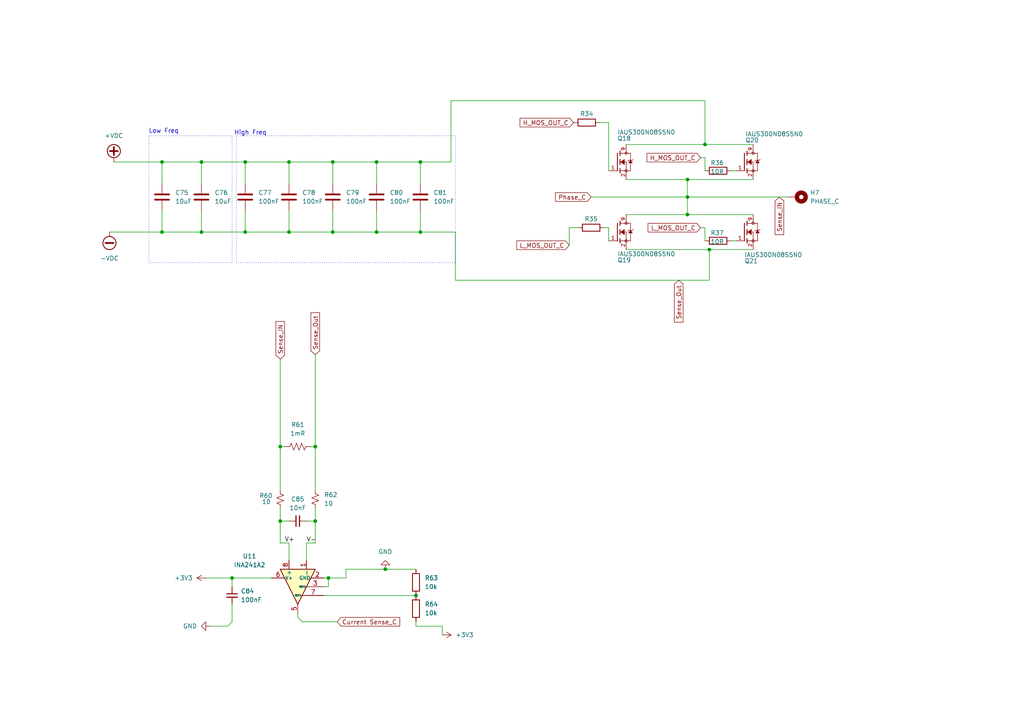
<source format=kicad_sch>
(kicad_sch (version 20250114) (generator "eeschema") (generator_version "9.0")
  (paper "A4")
  (lib_symbols
    (symbol "Device:C" (pin_numbers (hide yes)) (pin_names (offset 0.254))
      (property "Reference" "C" (at 0.635 2.54 0))
      (property "Value" "C" (at 0.635 -2.54 0))
      (symbol "C_0_1"
        (polyline (pts (xy -2.032 0.762) (xy 2.032 0.762)) (stroke (width 0.508)))
        (polyline (pts (xy -2.032 -0.762) (xy 2.032 -0.762)) (stroke (width 0.508)))
      )
      (symbol "C_1_1"
        (pin passive line (at 0 3.81 270) (length 2.794) (name "~") (number "1"))
        (pin passive line (at 0 -3.81 90) (length 2.794) (name "~") (number "2"))
      )
    )
    (symbol "Device:R" (pin_numbers (hide yes)) (pin_names (offset 0))
      (property "Reference" "R" (at 2.032 0 90))
      (property "Value" "R" (at 0 0 90))
      (symbol "R_0_1"
        (rectangle (start -1.016 -2.54) (end 1.016 2.54) (stroke (width 0.254)))
      )
      (symbol "R_1_1"
        (pin passive line (at 0 3.81 270) (length 1.27) (name "~") (number "1"))
        (pin passive line (at 0 -3.81 90) (length 1.27) (name "~") (number "2"))
      )
    )
    (symbol "IAUS300N08S5N014ATMA1:IAUS300N08S5N014ATMA1" (pin_names (offset 1.016))
      (property "Reference" "Q" (at -8.89 2.54 0))
      (property "Value" "IAUS300N08S5N014ATMA1" (at -8.89 -7.62 0))
      (symbol "IAUS300N08S5N014ATMA1_0_0"
        (polyline (pts (xy 0 2.54) (xy 0 -2.54)) (stroke (width 0.254)))
        (polyline (pts (xy 0.762 3.175) (xy 0.762 2.54)) (stroke (width 0.254)))
        (polyline (pts (xy 0.762 2.54) (xy 0.762 1.905)) (stroke (width 0.254)))
        (polyline (pts (xy 0.762 2.54) (xy 3.81 2.54)) (stroke (width 0.1524)))
        (polyline (pts (xy 0.762 0.762) (xy 0.762 0)) (stroke (width 0.254)))
        (polyline (pts (xy 0.762 0) (xy 0.762 -0.762)) (stroke (width 0.254)))
        (polyline (pts (xy 0.762 0) (xy 2.54 0)) (stroke (width 0.1524)))
        (polyline (pts (xy 0.762 -1.905) (xy 0.762 -2.54)) (stroke (width 0.254)))
        (polyline (pts (xy 0.762 -2.54) (xy 0.762 -3.175)) (stroke (width 0.254)))
        (polyline (pts (xy 1.016 0) (xy 2.032 0.762) (xy 2.032 -0.762) (xy 1.016 0)) (stroke (width 0.1524)) (fill (type outline)))
        (circle (center 2.54 2.54) (radius 0.3592))
        (polyline (pts (xy 2.54 0) (xy 2.54 -2.54)) (stroke (width 0.1524)))
        (polyline (pts (xy 2.54 -2.54) (xy 0.762 -2.54)) (stroke (width 0.1524)))
        (polyline (pts (xy 2.54 -2.54) (xy 3.81 -2.54)) (stroke (width 0.1524)))
        (circle (center 2.54 -2.54) (radius 0.3592))
        (polyline (pts (xy 3.302 0.508) (xy 3.048 0.254)) (stroke (width 0.1524)))
        (polyline (pts (xy 3.81 2.54) (xy 3.81 0.508)) (stroke (width 0.1524)))
        (polyline (pts (xy 3.81 0.508) (xy 3.302 0.508)) (stroke (width 0.1524)))
        (polyline (pts (xy 3.81 0.508) (xy 3.81 -2.54)) (stroke (width 0.1524)))
        (polyline (pts (xy 3.81 0.508) (xy 3.302 -0.254) (xy 4.318 -0.254) (xy 3.81 0.508)) (stroke (width 0.1524)) (fill (type outline)))
        (polyline (pts (xy 4.318 0.508) (xy 3.81 0.508)) (stroke (width 0.1524)))
        (polyline (pts (xy 4.572 0.762) (xy 4.318 0.508)) (stroke (width 0.1524)))
        (pin passive line (at -2.54 -2.54 0) (length 2.54) (name "~") (number "1"))
        (pin passive line (at 2.54 5.08 270) (length 2.54) (name "~") (number "9"))
        (pin passive line (at 2.54 -5.08 90) (length 2.54) (name "~") (number "2"))
        (pin passive line (at 2.54 -5.08 90) (length 2.54) (hide yes) (name "~") (number "3"))
        (pin passive line (at 2.54 -5.08 90) (length 2.54) (hide yes) (name "~") (number "4"))
        (pin passive line (at 2.54 -5.08 90) (length 2.54) (hide yes) (name "~") (number "5"))
        (pin passive line (at 2.54 -5.08 90) (length 2.54) (hide yes) (name "~") (number "6"))
        (pin passive line (at 2.54 -5.08 90) (length 2.54) (hide yes) (name "~") (number "7"))
        (pin passive line (at 2.54 -5.08 90) (length 2.54) (hide yes) (name "~") (number "8"))
      )
    )
    (symbol "Mechanical:MountingHole_Pad" (pin_numbers (hide yes)) (pin_names (offset 1.016) (hide yes)) (in_bom no)
      (property "Reference" "H" (at 0 6.35 0))
      (property "Value" "MountingHole_Pad" (at 0 4.445 0))
      (symbol "MountingHole_Pad_0_1"
        (circle (center 0 1.27) (radius 1.27) (stroke (width 1.27)))
      )
      (symbol "MountingHole_Pad_1_1"
        (pin input line (at 0 -2.54 90) (length 2.54) (name "1") (number "1"))
      )
    )
    (symbol "OpenMD:C_Small" (pin_numbers (hide yes)) (pin_names (offset 0.254) (hide yes))
      (property "Reference" "C" (at 0.254 1.778 0))
      (property "Value" "C_Small" (at 0.254 -2.032 0))
      (symbol "C_Small_0_1"
        (polyline (pts (xy -1.524 0.508) (xy 1.524 0.508)) (stroke (width 0.3048)))
        (polyline (pts (xy -1.524 -0.508) (xy 1.524 -0.508)) (stroke (width 0.3302)))
      )
      (symbol "C_Small_1_1"
        (pin passive line (at 0 2.54 270) (length 2.032) (name "~") (number "1"))
        (pin passive line (at 0 -2.54 90) (length 2.032) (name "~") (number "2"))
      )
    )
    (symbol "OpenMD:INA241A2xDDF" (pin_names (offset 0.127))
      (property "Reference" "U" (at 3.81 3.81 0))
      (property "Value" "INA241A2xDDF" (at 3.81 -2.54 0))
      (symbol "INA241A2xDDF_0_1"
        (polyline (pts (xy 5.08 0) (xy -5.08 5.08) (xy -5.08 -5.08) (xy 5.08 0)) (stroke (width 0.254)) (fill (type background)))
      )
      (symbol "INA241A2xDDF_1_1"
        (pin input line (at -7.62 2.54 0) (length 2.54) (name "+") (number "8"))
        (pin input line (at -7.62 -2.54 0) (length 2.54) (name "-") (number "1"))
        (pin power_in line (at -2.54 7.62 270) (length 3.81) (name "V+") (number "6"))
        (pin power_in line (at -2.54 -7.62 90) (length 3.81) (name "GND") (number "2"))
        (pin passive line (at -2.54 -7.62 90) (length 3.81) (hide yes) (name "GND") (number "4"))
        (pin passive line (at 0 -7.62 90) (length 5.08) (name "REF2") (number "3"))
        (pin passive line (at 2.54 -7.62 90) (length 6.35) (name "REF1") (number "7"))
        (pin output line (at 7.62 0 180) (length 2.54) (name "~") (number "5"))
      )
    )
    (symbol "OpenMD:R_Small_US" (pin_numbers (hide yes)) (pin_names (offset 0.254) (hide yes))
      (property "Reference" "R" (at 0.762 0.508 0))
      (property "Value" "R_Small_US" (at 0.762 -1.016 0))
      (symbol "R_Small_US_1_1"
        (polyline (pts (xy 0 1.524) (xy 1.016 1.143) (xy 0 0.762) (xy -1.016 0.381) (xy 0 0)))
        (polyline (pts (xy 0 0) (xy 1.016 -0.381) (xy 0 -0.762) (xy -1.016 -1.143) (xy 0 -1.524)))
        (pin passive line (at 0 2.54 270) (length 1.016) (name "~") (number "1"))
        (pin passive line (at 0 -2.54 90) (length 1.016) (name "~") (number "2"))
      )
    )
    (symbol "OpenMD:R_US" (pin_numbers (hide yes)) (pin_names (offset 0))
      (property "Reference" "R" (at 2.54 0 90))
      (property "Value" "R_US" (at -2.54 0 90))
      (symbol "R_US_0_1"
        (polyline (pts (xy 0 2.286) (xy 0 2.54)))
        (polyline (pts (xy 0 2.286) (xy 1.016 1.905) (xy 0 1.524) (xy -1.016 1.143) (xy 0 0.762)))
        (polyline (pts (xy 0 0.762) (xy 1.016 0.381) (xy 0 0) (xy -1.016 -0.381) (xy 0 -0.762)))
        (polyline (pts (xy 0 -0.762) (xy 1.016 -1.143) (xy 0 -1.524) (xy -1.016 -1.905) (xy 0 -2.286)))
        (polyline (pts (xy 0 -2.286) (xy 0 -2.54)))
      )
      (symbol "R_US_1_1"
        (pin passive line (at 0 3.81 270) (length 1.27) (name "~") (number "1"))
        (pin passive line (at 0 -3.81 90) (length 1.27) (name "~") (number "2"))
      )
    )
    (symbol "power:+3V3" (power) (pin_numbers (hide yes)) (pin_names (offset 0) (hide yes))
      (property "Value" "+3V3" (at 0 3.556 0))
      (symbol "+3V3_0_1"
        (polyline (pts (xy -0.762 1.27) (xy 0 2.54)))
        (polyline (pts (xy 0 2.54) (xy 0.762 1.27)))
        (polyline (pts (xy 0 0) (xy 0 2.54)))
      )
      (symbol "+3V3_1_1"
        (pin power_in line (at 0 0 90) (length 0) (name "~") (number "1"))
      )
    )
    (symbol "power:+VDC" (power) (pin_numbers (hide yes)) (pin_names (offset 0) (hide yes))
      (property "Value" "+VDC" (at 0 6.35 0))
      (symbol "+VDC_0_1"
        (polyline (pts (xy -1.143 3.175) (xy 1.143 3.175)) (stroke (width 0.508)))
        (circle (center 0 3.175) (radius 1.905) (stroke (width 0.254)))
        (polyline (pts (xy 0 2.032) (xy 0 4.318)) (stroke (width 0.508)))
        (polyline (pts (xy 0 0) (xy 0 1.27)))
      )
      (symbol "+VDC_1_1"
        (pin power_in line (at 0 0 90) (length 0) (name "~") (number "1"))
      )
    )
    (symbol "power:-VDC" (power) (pin_numbers (hide yes)) (pin_names (offset 0) (hide yes))
      (property "Value" "-VDC" (at 0 6.35 0))
      (symbol "-VDC_0_1"
        (polyline (pts (xy -1.143 3.175) (xy 1.143 3.175)) (stroke (width 0.508)))
        (circle (center 0 3.175) (radius 1.905) (stroke (width 0.254)))
        (polyline (pts (xy 0 0) (xy 0 1.27)))
      )
      (symbol "-VDC_1_1"
        (pin power_in line (at 0 0 90) (length 0) (name "~") (number "1"))
      )
    )
    (symbol "power:GND" (power) (pin_numbers (hide yes)) (pin_names (offset 0) (hide yes))
      (property "Value" "GND" (at 0 -3.81 0))
      (symbol "GND_0_1"
        (polyline (pts (xy 0 0) (xy 0 -1.27) (xy 1.27 -1.27) (xy 0 -2.54) (xy -1.27 -1.27) (xy 0 -1.27)))
      )
      (symbol "GND_1_1"
        (pin power_in line (at 0 0 270) (length 0) (name "~") (number "1"))
      )
    )
  )
  (rectangle (start 68.58 39.37) (end 132.08 76.2) (stroke (width 0) (type dot)))
  (rectangle (start 43.18 39.37) (end 67.31 76.2) (stroke (width 0) (type dot)))
  (text "Low Freq\n" (at 47.498 38.1 0) (effects (font (size 1.27 1.27))))
  (text "High Freq\n" (at 72.644 38.608 0) (effects (font (size 1.27 1.27))))
  (junction (at 71.12 67.31))
  (junction (at 81.28 129.54))
  (junction (at 67.31 167.64))
  (junction (at 111.76 165.1))
  (junction (at 121.92 67.31))
  (junction (at 81.28 151.13))
  (junction (at 199.39 52.07))
  (junction (at 121.92 46.99))
  (junction (at 71.12 46.99))
  (junction (at 46.99 46.99))
  (junction (at 120.65 172.72))
  (junction (at 205.74 72.39))
  (junction (at 91.44 151.13))
  (junction (at 58.42 67.31))
  (junction (at 46.99 67.31))
  (junction (at 199.39 57.15))
  (junction (at 83.82 46.99))
  (junction (at 109.22 46.99))
  (junction (at 58.42 46.99))
  (junction (at 204.47 41.91))
  (junction (at 91.44 129.54))
  (junction (at 83.82 67.31))
  (junction (at 96.52 46.99))
  (junction (at 96.52 67.31))
  (junction (at 199.39 62.23))
  (junction (at 109.22 67.31))
  (junction (at 95.25 167.64))
  (wire (pts (xy 181.61 72.39) (xy 205.74 72.39)))
  (wire (pts (xy 176.53 66.04) (xy 176.53 69.85)))
  (wire (pts (xy 130.81 29.21) (xy 130.81 46.99)))
  (wire (pts (xy 199.39 52.07) (xy 199.39 57.15)))
  (wire (pts (xy 121.92 53.34) (xy 121.92 46.99)))
  (wire (pts (xy 95.25 167.64) (xy 100.33 167.64)))
  (wire (pts (xy 87.63 180.34) (xy 97.79 180.34)))
  (wire (pts (xy 67.31 175.26) (xy 67.31 180.34)))
  (wire (pts (xy 120.65 172.72) (xy 93.98 172.72)))
  (wire (pts (xy 176.53 35.56) (xy 176.53 49.53)))
  (wire (pts (xy 86.36 177.8) (xy 86.36 179.07)))
  (wire (pts (xy 88.9 157.48) (xy 91.44 157.48)))
  (wire (pts (xy 82.55 129.54) (xy 81.28 129.54)))
  (wire (pts (xy 204.47 45.72) (xy 204.47 49.53)))
  (wire (pts (xy 212.09 49.53) (xy 213.36 49.53)))
  (wire (pts (xy 58.42 46.99) (xy 58.42 53.34)))
  (wire (pts (xy 83.82 60.96) (xy 83.82 67.31)))
  (wire (pts (xy 203.2 45.72) (xy 204.47 45.72)))
  (wire (pts (xy 120.65 165.1) (xy 111.76 165.1)))
  (wire (pts (xy 66.04 181.61) (xy 67.31 180.34)))
  (wire (pts (xy 121.92 46.99) (xy 130.81 46.99)))
  (wire (pts (xy 67.31 167.64) (xy 67.31 170.18)))
  (wire (pts (xy 91.44 151.13) (xy 91.44 157.48)))
  (wire (pts (xy 71.12 46.99) (xy 71.12 53.34)))
  (wire (pts (xy 181.61 52.07) (xy 199.39 52.07)))
  (wire (pts (xy 121.92 60.96) (xy 121.92 67.31)))
  (wire (pts (xy 95.25 167.64) (xy 95.25 170.18)))
  (wire (pts (xy 71.12 60.96) (xy 71.12 67.31)))
  (wire (pts (xy 81.28 147.32) (xy 81.28 151.13)))
  (wire (pts (xy 46.99 46.99) (xy 58.42 46.99)))
  (wire (pts (xy 109.22 60.96) (xy 109.22 67.31)))
  (wire (pts (xy 90.17 129.54) (xy 91.44 129.54)))
  (wire (pts (xy 96.52 67.31) (xy 109.22 67.31)))
  (wire (pts (xy 33.02 46.99) (xy 46.99 46.99)))
  (wire (pts (xy 58.42 46.99) (xy 71.12 46.99)))
  (wire (pts (xy 120.65 180.34) (xy 120.65 181.61)))
  (wire (pts (xy 96.52 46.99) (xy 109.22 46.99)))
  (wire (pts (xy 91.44 129.54) (xy 91.44 142.24)))
  (wire (pts (xy 58.42 67.31) (xy 71.12 67.31)))
  (wire (pts (xy 100.33 165.1) (xy 100.33 167.64)))
  (wire (pts (xy 58.42 60.96) (xy 58.42 67.31)))
  (wire (pts (xy 81.28 151.13) (xy 83.82 151.13)))
  (wire (pts (xy 204.47 29.21) (xy 204.47 41.91)))
  (wire (pts (xy 132.08 81.28) (xy 132.08 67.31)))
  (wire (pts (xy 165.1 71.12) (xy 165.1 66.04)))
  (wire (pts (xy 171.45 57.15) (xy 199.39 57.15)))
  (wire (pts (xy 83.82 67.31) (xy 96.52 67.31)))
  (wire (pts (xy 212.09 69.85) (xy 213.36 69.85)))
  (wire (pts (xy 31.75 67.31) (xy 46.99 67.31)))
  (wire (pts (xy 199.39 52.07) (xy 218.44 52.07)))
  (wire (pts (xy 128.27 181.61) (xy 120.65 181.61)))
  (wire (pts (xy 46.99 67.31) (xy 58.42 67.31)))
  (wire (pts (xy 204.47 29.21) (xy 130.81 29.21)))
  (wire (pts (xy 46.99 60.96) (xy 46.99 67.31)))
  (wire (pts (xy 205.74 81.28) (xy 132.08 81.28)))
  (wire (pts (xy 175.26 66.04) (xy 176.53 66.04)))
  (wire (pts (xy 81.28 104.14) (xy 81.28 129.54)))
  (wire (pts (xy 109.22 46.99) (xy 121.92 46.99)))
  (wire (pts (xy 59.69 167.64) (xy 67.31 167.64)))
  (wire (pts (xy 181.61 62.23) (xy 199.39 62.23)))
  (wire (pts (xy 204.47 66.04) (xy 204.47 69.85)))
  (wire (pts (xy 199.39 57.15) (xy 199.39 62.23)))
  (wire (pts (xy 86.36 179.07) (xy 87.63 180.34)))
  (wire (pts (xy 109.22 53.34) (xy 109.22 46.99)))
  (wire (pts (xy 81.28 129.54) (xy 81.28 142.24)))
  (wire (pts (xy 88.9 151.13) (xy 91.44 151.13)))
  (wire (pts (xy 91.44 147.32) (xy 91.44 151.13)))
  (wire (pts (xy 96.52 60.96) (xy 96.52 67.31)))
  (wire (pts (xy 203.2 66.04) (xy 204.47 66.04)))
  (wire (pts (xy 88.9 157.48) (xy 88.9 162.56)))
  (wire (pts (xy 93.98 170.18) (xy 95.25 170.18)))
  (wire (pts (xy 204.47 41.91) (xy 218.44 41.91)))
  (wire (pts (xy 71.12 46.99) (xy 83.82 46.99)))
  (wire (pts (xy 46.99 46.99) (xy 46.99 53.34)))
  (wire (pts (xy 93.98 167.64) (xy 95.25 167.64)))
  (wire (pts (xy 96.52 46.99) (xy 96.52 53.34)))
  (wire (pts (xy 128.27 181.61) (xy 128.27 184.15)))
  (wire (pts (xy 121.92 67.31) (xy 132.08 67.31)))
  (wire (pts (xy 71.12 67.31) (xy 83.82 67.31)))
  (wire (pts (xy 205.74 81.28) (xy 205.74 72.39)))
  (wire (pts (xy 83.82 157.48) (xy 83.82 162.56)))
  (wire (pts (xy 199.39 62.23) (xy 218.44 62.23)))
  (wire (pts (xy 205.74 72.39) (xy 218.44 72.39)))
  (wire (pts (xy 83.82 46.99) (xy 96.52 46.99)))
  (wire (pts (xy 91.44 102.87) (xy 91.44 129.54)))
  (wire (pts (xy 173.99 35.56) (xy 176.53 35.56)))
  (wire (pts (xy 60.96 181.61) (xy 66.04 181.61)))
  (wire (pts (xy 165.1 66.04) (xy 167.64 66.04)))
  (wire (pts (xy 83.82 46.99) (xy 83.82 53.34)))
  (wire (pts (xy 81.28 157.48) (xy 83.82 157.48)))
  (wire (pts (xy 199.39 57.15) (xy 228.6 57.15)))
  (wire (pts (xy 109.22 67.31) (xy 121.92 67.31)))
  (wire (pts (xy 181.61 41.91) (xy 204.47 41.91)))
  (wire (pts (xy 81.28 151.13) (xy 81.28 157.48)))
  (wire (pts (xy 67.31 167.64) (xy 78.74 167.64)))
  (wire (pts (xy 111.76 165.1) (xy 100.33 165.1)))
  (label "V+" (at 82.55 157.48 0))
  (label "V-" (at 88.9 157.48 0))
  (global_label "Sense_Out" (shape input) (at 91.44 102.87 90) (property "Intersheetrefs" "${INTERSHEET_REFS}" (effects (hide yes))))
  (global_label "Sense_IN" (shape input) (at 226.06 57.15 270) (property "Intersheetrefs" "${INTERSHEET_REFS}" (effects (hide yes))))
  (global_label "Sense_Out" (shape input) (at 196.85 81.28 270) (property "Intersheetrefs" "${INTERSHEET_REFS}" (effects (hide yes))))
  (global_label "Phase_C" (shape input) (at 171.45 57.15 180) (property "Intersheetrefs" "${INTERSHEET_REFS}" (effects (hide yes))))
  (global_label "Current Sense_C" (shape input) (at 97.79 180.34 0) (property "Intersheetrefs" "${INTERSHEET_REFS}" (effects (hide yes))))
  (global_label "H_MOS_OUT_C" (shape input) (at 203.2 45.72 180) (property "Intersheetrefs" "${INTERSHEET_REFS}" (effects (hide yes))))
  (global_label "L_MOS_OUT_C" (shape input) (at 165.1 71.12 180) (property "Intersheetrefs" "${INTERSHEET_REFS}" (effects (hide yes))))
  (global_label "H_MOS_OUT_C" (shape input) (at 166.37 35.56 180) (property "Intersheetrefs" "${INTERSHEET_REFS}" (effects (hide yes))))
  (global_label "L_MOS_OUT_C" (shape input) (at 203.2 66.04 180) (property "Intersheetrefs" "${INTERSHEET_REFS}" (effects (hide yes))))
  (global_label "Sense_IN" (shape input) (at 81.28 104.14 90) (property "Intersheetrefs" "${INTERSHEET_REFS}" (effects (hide yes))))
  (symbol (lib_id "Device:C") (at 83.82 57.15 0) (unit 1)
    (property "Reference" "C78" (at 87.63 55.8799 0) (effects (justify left)))
    (property "Value" "100nF" (at 87.63 58.4199 0) (effects (justify left)))
    (property "Footprint" "Capacitor_SMD:C_0805_2012Metric_Pad1.18x1.45mm_HandSolder" (effects (hide yes)))
    (property "Description" "Unpolarized capacitor" (effects (hide yes)))
  )
  (symbol (lib_id "OpenMD:C_Small") (at 86.36 151.13 90) (unit 1)
    (property "Reference" "C85" (at 86.36 144.78 90))
    (property "Value" "10nF" (at 86.3663 147.32 90))
    (property "Footprint" "OpenMD:C_0402_1005Metric" (effects (hide yes)))
    (property "Description" "Unpolarized capacitor, small symbol" (effects (hide yes)))
    (property "Rating" "5V" (effects (hide yes)))
    (property "Manufacturer_Part_Number" "CSA0603X7R103K500JT" (effects (hide yes)))
    (property "Source" "LCSC" (effects (hide yes)))
  )
  (symbol (lib_id "IAUS300N08S5N014ATMA1:IAUS300N08S5N014ATMA1") (at 215.9 67.31 0) (unit 1)
    (property "Reference" "Q21" (at 215.9 75.692 0) (effects (justify left)))
    (property "Value" "IAUS300N08S5N0" (at 215.9 73.914 0) (effects (justify left)))
    (property "Footprint" "MOSFET:TRANS_IAUS300N08S5N014ATMA1" (effects (hide yes)))
    (property "MF" "Infineon Technologies" (effects (hide yes)))
    (property "DESCRIPTION" "N-Channel 80V 300A _Tc_ 300W _Tc_ Surface Mount PG-HSOG-8-1" (effects (hide yes)))
    (property "PACKAGE" "PowerSMD-8 Infineon Technologies" (effects (hide yes)))
    (property "PRICE" "None" (effects (hide yes)))
    (property "Package" "PowerSMD-8 Infineon Technologies" (effects (hide yes)))
    (property "Check_prices" "https://www.snapeda.com/parts/IAUS300N08S5N014ATMA1/Infineon/view-part/?ref=eda" (effects (hide yes)))
    (property "Price" "None" (effects (hide yes)))
    (property "SnapEDA_Link" "https://www.snapeda.com/parts/IAUS300N08S5N014ATMA1/Infineon/view-part/?ref=snap" (effects (hide yes)))
    (property "MP" "IAUS300N08S5N014ATMA1" (effects (hide yes)))
    (property "Availability" "In Stock" (effects (hide yes)))
    (property "AVAILABILITY" "Unavailable" (effects (hide yes)))
    (property "Description_1" "N-Channel 80 V 300A (Tc) 300W (Tc) Surface Mount PG-HSOG-8-1" (effects (hide yes)))
  )
  (symbol (lib_id "power:GND") (at 111.76 165.1 180) (unit 1)
    (property "Reference" "#PWR0108" (effects (hide yes)))
    (property "Value" "GND" (at 111.76 160.02 0))
    (property "Description" "Power symbol creates a global label with name \"GND\" , ground" (effects (hide yes)))
  )
  (symbol (lib_id "power:-VDC") (at 31.75 67.31 180) (unit 1)
    (property "Reference" "#PWR098" (effects (hide yes)))
    (property "Value" "-VDC" (at 31.75 74.93 0))
    (property "Description" "Power symbol creates a global label with name \"-VDC\"" (effects (hide yes)))
  )
  (symbol (lib_id "power:+3V3") (at 59.69 167.64 90) (unit 1)
    (property "Reference" "#PWR0106" (effects (hide yes)))
    (property "Value" "+3V3" (at 55.88 167.6399 90) (effects (justify left)))
    (property "Description" "Power symbol creates a global label with name \"+3V3\"" (effects (hide yes)))
  )
  (symbol (lib_id "Device:C") (at 71.12 57.15 0) (unit 1)
    (property "Reference" "C77" (at 74.93 55.8799 0) (effects (justify left)))
    (property "Value" "100nF" (at 74.93 58.4199 0) (effects (justify left)))
    (property "Footprint" "Capacitor_SMD:C_0805_2012Metric_Pad1.18x1.45mm_HandSolder" (effects (hide yes)))
    (property "Description" "Unpolarized capacitor" (effects (hide yes)))
  )
  (symbol (lib_id "power:GND") (at 60.96 181.61 270) (unit 1)
    (property "Reference" "#PWR0107" (effects (hide yes)))
    (property "Value" "GND" (at 57.15 181.6099 90) (effects (justify right)))
    (property "Description" "Power symbol creates a global label with name \"GND\" , ground" (effects (hide yes)))
  )
  (symbol (lib_id "OpenMD:C_Small") (at 67.31 172.72 0) (unit 1)
    (property "Reference" "C84" (at 69.85 171.4562 0) (effects (justify left)))
    (property "Value" "100nF" (at 69.85 173.9962 0) (effects (justify left)))
    (property "Footprint" "OpenMD:C_0402_1005Metric" (effects (hide yes)))
    (property "Description" "Unpolarized capacitor, small symbol" (effects (hide yes)))
    (property "Rating" "6.3V" (effects (hide yes)))
    (property "Source" "LCSC" (effects (hide yes)))
    (property "Manufacturer_Part_Number" "CGA0603X7R104K500JT" (effects (hide yes)))
  )
  (symbol (lib_id "power:+VDC") (at 33.02 46.99 0) (unit 1)
    (property "Reference" "#PWR0105" (effects (hide yes)))
    (property "Value" "+VDC" (at 33.02 39.37 0))
    (property "Description" "Power symbol creates a global label with name \"+VDC\"" (effects (hide yes)))
  )
  (symbol (lib_id "Device:C") (at 96.52 57.15 0) (unit 1)
    (property "Reference" "C79" (at 100.33 55.8799 0) (effects (justify left)))
    (property "Value" "100nF" (at 100.33 58.4199 0) (effects (justify left)))
    (property "Footprint" "Capacitor_SMD:C_0805_2012Metric_Pad1.18x1.45mm_HandSolder" (effects (hide yes)))
    (property "Description" "Unpolarized capacitor" (effects (hide yes)))
  )
  (symbol (lib_id "IAUS300N08S5N014ATMA1:IAUS300N08S5N014ATMA1") (at 179.07 46.99 0) (unit 1)
    (property "Reference" "Q18" (at 179.07 40.132 0) (effects (justify left)))
    (property "Value" "IAUS300N08S5N0" (at 179.07 38.354 0) (effects (justify left)))
    (property "Footprint" "MOSFET:TRANS_IAUS300N08S5N014ATMA1" (effects (hide yes)))
    (property "MF" "Infineon Technologies" (effects (hide yes)))
    (property "DESCRIPTION" "N-Channel 80V 300A _Tc_ 300W _Tc_ Surface Mount PG-HSOG-8-1" (effects (hide yes)))
    (property "PACKAGE" "PowerSMD-8 Infineon Technologies" (effects (hide yes)))
    (property "PRICE" "None" (effects (hide yes)))
    (property "Package" "PowerSMD-8 Infineon Technologies" (effects (hide yes)))
    (property "Check_prices" "https://www.snapeda.com/parts/IAUS300N08S5N014ATMA1/Infineon/view-part/?ref=eda" (effects (hide yes)))
    (property "Price" "None" (effects (hide yes)))
    (property "SnapEDA_Link" "https://www.snapeda.com/parts/IAUS300N08S5N014ATMA1/Infineon/view-part/?ref=snap" (effects (hide yes)))
    (property "MP" "IAUS300N08S5N014ATMA1" (effects (hide yes)))
    (property "Availability" "In Stock" (effects (hide yes)))
    (property "AVAILABILITY" "Unavailable" (effects (hide yes)))
    (property "Description_1" "N-Channel 80 V 300A (Tc) 300W (Tc) Surface Mount PG-HSOG-8-1" (effects (hide yes)))
  )
  (symbol (lib_id "OpenMD:R_Small_US") (at 91.44 144.78 0) (unit 1)
    (property "Reference" "R62" (at 93.98 143.5099 0) (effects (justify left)))
    (property "Value" "10" (at 93.98 146.0499 0) (effects (justify left)))
    (property "Footprint" "OpenMD:R_0402_1005Metric" (effects (hide yes)))
    (property "Description" "Resistor, small US symbol" (effects (hide yes)))
    (property "Rating" "100mW" (effects (hide yes)))
    (property "Source" "LCSC" (effects (hide yes)))
    (property "Manufacturer_Part_Number" "RTT0310R0FTP" (effects (hide yes)))
  )
  (symbol (lib_id "IAUS300N08S5N014ATMA1:IAUS300N08S5N014ATMA1") (at 179.07 67.31 0) (unit 1)
    (property "Reference" "Q19" (at 179.07 75.438 0) (effects (justify left)))
    (property "Value" "IAUS300N08S5N0" (at 179.07 73.66 0) (effects (justify left)))
    (property "Footprint" "MOSFET:TRANS_IAUS300N08S5N014ATMA1" (effects (hide yes)))
    (property "MF" "Infineon Technologies" (effects (hide yes)))
    (property "DESCRIPTION" "N-Channel 80V 300A _Tc_ 300W _Tc_ Surface Mount PG-HSOG-8-1" (effects (hide yes)))
    (property "PACKAGE" "PowerSMD-8 Infineon Technologies" (effects (hide yes)))
    (property "PRICE" "None" (effects (hide yes)))
    (property "Package" "PowerSMD-8 Infineon Technologies" (effects (hide yes)))
    (property "Check_prices" "https://www.snapeda.com/parts/IAUS300N08S5N014ATMA1/Infineon/view-part/?ref=eda" (effects (hide yes)))
    (property "Price" "None" (effects (hide yes)))
    (property "SnapEDA_Link" "https://www.snapeda.com/parts/IAUS300N08S5N014ATMA1/Infineon/view-part/?ref=snap" (effects (hide yes)))
    (property "MP" "IAUS300N08S5N014ATMA1" (effects (hide yes)))
    (property "Availability" "In Stock" (effects (hide yes)))
    (property "AVAILABILITY" "Unavailable" (effects (hide yes)))
    (property "Description_1" "N-Channel 80 V 300A (Tc) 300W (Tc) Surface Mount PG-HSOG-8-1" (effects (hide yes)))
  )
  (symbol (lib_id "Device:C") (at 109.22 57.15 0) (unit 1)
    (property "Reference" "C80" (at 113.03 55.8799 0) (effects (justify left)))
    (property "Value" "100nF" (at 113.03 58.4199 0) (effects (justify left)))
    (property "Footprint" "Capacitor_SMD:C_0805_2012Metric_Pad1.18x1.45mm_HandSolder" (effects (hide yes)))
    (property "Description" "Unpolarized capacitor" (effects (hide yes)))
  )
  (symbol (lib_id "power:+3V3") (at 128.27 184.15 270) (unit 1)
    (property "Reference" "#PWR0109" (effects (hide yes)))
    (property "Value" "+3V3" (at 132.08 184.1499 90) (effects (justify left)))
    (property "Description" "Power symbol creates a global label with name \"+3V3\"" (effects (hide yes)))
  )
  (symbol (lib_id "Mechanical:MountingHole_Pad") (at 231.14 57.15 270) (unit 1) (in_bom no)
    (property "Reference" "H7" (at 234.95 55.8799 90) (effects (justify left)))
    (property "Value" "PHASE_C" (at 234.95 58.4199 90) (effects (justify left)))
    (property "Footprint" "MountingHole:MountingHole_3.7mm_Pad_Via" (effects (hide yes)))
    (property "Description" "Mounting Hole with connection" (effects (hide yes)))
  )
  (symbol (lib_id "OpenMD:INA241A2xDDF") (at 86.36 170.18 90) (mirror x) (unit 1)
    (property "Reference" "U11" (at 72.39 161.3214 90))
    (property "Value" "INA241A2" (at 72.39 163.8614 90))
    (property "Footprint" "OpenMD:SOT-23-8" (effects (hide yes)))
    (property "Datasheet" "https://www.ti.com/lit/ds/symlink/ina296x.pdf" (effects (hide yes)))
    (property "Description" "High- and Low-Side, Bidirectional, Zero-Drift, Current-Sense Amplifier With Enhanced PWM Rejection, 20V/V, ±0.01% Gain Accuracy, ±10 μV Offset Voltage, SOIC-8" (effects (hide yes)))
    (property "Rating" "110V" (effects (hide yes)))
    (property "Source" "LCSC" (effects (hide yes)))
    (property "Manufacturer_Part_Number" "INA241A2DDFR" (effects (hide yes)))
  )
  (symbol (lib_id "Device:R") (at 170.18 35.56 90) (unit 1)
    (property "Reference" "R34" (at 170.18 33.02 90))
    (property "Value" "10R" (effects (hide yes)))
    (property "Footprint" "Resistor_SMD:R_0805_2012Metric_Pad1.20x1.40mm_HandSolder" (effects (hide yes)))
    (property "Description" "Resistor" (effects (hide yes)))
  )
  (symbol (lib_id "Device:R") (at 208.28 69.85 90) (unit 1)
    (property "Reference" "R37" (at 208.026 67.564 90))
    (property "Value" "10R" (at 208.026 70.104 90))
    (property "Footprint" "Resistor_SMD:R_0805_2012Metric_Pad1.20x1.40mm_HandSolder" (effects (hide yes)))
    (property "Description" "Resistor" (effects (hide yes)))
  )
  (symbol (lib_id "Device:C") (at 58.42 57.15 0) (unit 1)
    (property "Reference" "C76" (at 62.23 55.8799 0) (effects (justify left)))
    (property "Value" "10uF" (at 62.23 58.4199 0) (effects (justify left)))
    (property "Footprint" "Capacitor_SMD:C_1210_3225Metric_Pad1.33x2.70mm_HandSolder" (effects (hide yes)))
    (property "Description" "Unpolarized capacitor" (effects (hide yes)))
  )
  (symbol (lib_id "IAUS300N08S5N014ATMA1:IAUS300N08S5N014ATMA1") (at 215.9 46.99 0) (unit 1)
    (property "Reference" "Q20" (at 216.154 40.64 0) (effects (justify left)))
    (property "Value" "IAUS300N08S5N0" (at 216.154 38.862 0) (effects (justify left)))
    (property "Footprint" "MOSFET:TRANS_IAUS300N08S5N014ATMA1" (effects (hide yes)))
    (property "MF" "Infineon Technologies" (effects (hide yes)))
    (property "DESCRIPTION" "N-Channel 80V 300A _Tc_ 300W _Tc_ Surface Mount PG-HSOG-8-1" (effects (hide yes)))
    (property "PACKAGE" "PowerSMD-8 Infineon Technologies" (effects (hide yes)))
    (property "PRICE" "None" (effects (hide yes)))
    (property "Package" "PowerSMD-8 Infineon Technologies" (effects (hide yes)))
    (property "Check_prices" "https://www.snapeda.com/parts/IAUS300N08S5N014ATMA1/Infineon/view-part/?ref=eda" (effects (hide yes)))
    (property "Price" "None" (effects (hide yes)))
    (property "SnapEDA_Link" "https://www.snapeda.com/parts/IAUS300N08S5N014ATMA1/Infineon/view-part/?ref=snap" (effects (hide yes)))
    (property "MP" "IAUS300N08S5N014ATMA1" (effects (hide yes)))
    (property "Availability" "In Stock" (effects (hide yes)))
    (property "AVAILABILITY" "Unavailable" (effects (hide yes)))
    (property "Description_1" "N-Channel 80 V 300A (Tc) 300W (Tc) Surface Mount PG-HSOG-8-1" (effects (hide yes)))
  )
  (symbol (lib_id "Device:C") (at 121.92 57.15 0) (unit 1)
    (property "Reference" "C81" (at 125.73 55.8799 0) (effects (justify left)))
    (property "Value" "100nF" (at 125.73 58.4199 0) (effects (justify left)))
    (property "Footprint" "Capacitor_SMD:C_0805_2012Metric_Pad1.18x1.45mm_HandSolder" (effects (hide yes)))
    (property "Description" "Unpolarized capacitor" (effects (hide yes)))
  )
  (symbol (lib_id "Device:R") (at 208.28 49.53 90) (unit 1)
    (property "Reference" "R36" (at 208.026 47.244 90))
    (property "Value" "10R" (at 208.026 49.784 90))
    (property "Footprint" "Resistor_SMD:R_0805_2012Metric_Pad1.20x1.40mm_HandSolder" (effects (hide yes)))
    (property "Description" "Resistor" (effects (hide yes)))
  )
  (symbol (lib_id "Device:R") (at 120.65 168.91 0) (unit 1)
    (property "Reference" "R63" (at 123.19 167.6399 0) (effects (justify left)))
    (property "Value" "10k" (at 123.19 170.1799 0) (effects (justify left)))
    (property "Description" "Resistor" (effects (hide yes)))
  )
  (symbol (lib_id "OpenMD:R_Small_US") (at 81.28 144.78 0) (unit 1)
    (property "Reference" "R60" (at 75.184 143.764 0) (effects (justify left)))
    (property "Value" "10" (at 75.946 145.542 0) (effects (justify left)))
    (property "Footprint" "OpenMD:R_0402_1005Metric" (effects (hide yes)))
    (property "Description" "Resistor, small US symbol" (effects (hide yes)))
    (property "Rating" "100mW" (effects (hide yes)))
    (property "Source" "LCSC" (effects (hide yes)))
    (property "Manufacturer_Part_Number" "RTT0310R0FTP" (effects (hide yes)))
  )
  (symbol (lib_id "Device:R") (at 171.45 66.04 90) (unit 1)
    (property "Reference" "R35" (at 171.45 63.5 90))
    (property "Value" "10R" (effects (hide yes)))
    (property "Footprint" "Resistor_SMD:R_0805_2012Metric_Pad1.20x1.40mm_HandSolder" (effects (hide yes)))
    (property "Description" "Resistor" (effects (hide yes)))
  )
  (symbol (lib_id "Device:R") (at 120.65 176.53 0) (unit 1)
    (property "Reference" "R64" (at 123.19 175.2599 0) (effects (justify left)))
    (property "Value" "10k" (at 123.19 177.7999 0) (effects (justify left)))
    (property "Description" "Resistor" (effects (hide yes)))
  )
  (symbol (lib_id "Device:C") (at 46.99 57.15 0) (unit 1)
    (property "Reference" "C75" (at 50.8 55.8799 0) (effects (justify left)))
    (property "Value" "10uF" (at 50.8 58.4199 0) (effects (justify left)))
    (property "Footprint" "Capacitor_SMD:C_1210_3225Metric_Pad1.33x2.70mm_HandSolder" (effects (hide yes)))
    (property "Description" "Unpolarized capacitor" (effects (hide yes)))
  )
  (symbol (lib_id "OpenMD:R_US") (at 86.36 129.54 90) (unit 1)
    (property "Reference" "R61" (at 86.36 123.19 90))
    (property "Value" "1mR" (at 86.36 125.73 90))
    (property "Footprint" "OpenMD:R_2512_6332Metric" (effects (hide yes)))
    (property "Description" "Resistor, US symbol" (effects (hide yes)))
    (property "Rating" "3W" (effects (hide yes)))
    (property "Source" "LCSC" (effects (hide yes)))
    (property "Manufacturer_Part_Number" "ASR-M-3-0.5F" (effects (hide yes)))
  )
)
</source>
